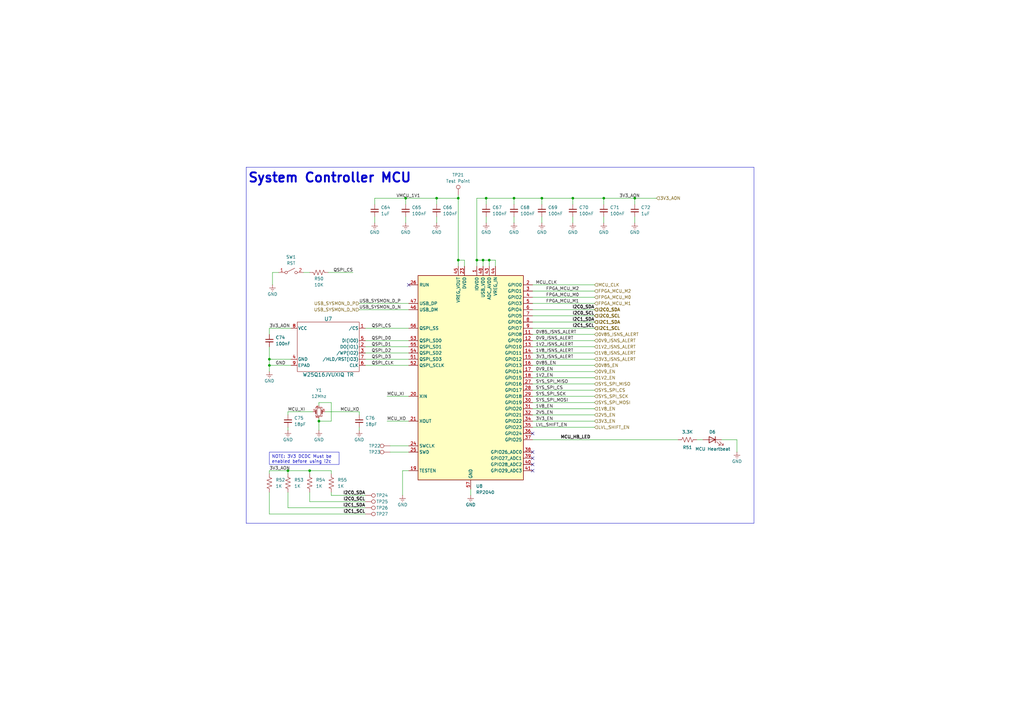
<source format=kicad_sch>
(kicad_sch (version 20231120) (generator "eeschema") (generator_version "8.0")
  (paper "A3")
  (title_block (title "System Controller") (date "2024-07-13") (rev "1.0") (company "Drexel University") (comment 1 "Designed by Michael Haahr"))
  (lib_symbols
    (symbol "Connector:TestPoint" (pin_numbers hide) (pin_names (offset 0.762) hide)
      (property "Reference" "TP" (at 0 6.858 0))
      (property "Value" "TestPoint" (at 0 5.08 0))
      (symbol "TestPoint_0_1"
        (circle (center 0 3.302) (radius 0.762))
      )
      (symbol "TestPoint_1_1"
        (pin passive line (at 0 0 90) (length 2.54) (name "1") (number "1"))
      )
    )
    (symbol "Device:C_Small" (pin_numbers hide) (pin_names (offset 0.254) hide)
      (property "Reference" "C" (at 0.254 1.778 0))
      (property "Value" "C_Small" (at 0.254 -2.032 0))
      (symbol "C_Small_0_1"
        (polyline (pts (xy -1.524 -0.508) (xy 1.524 -0.508)) (stroke (width 0.3302)))
        (polyline (pts (xy -1.524 0.508) (xy 1.524 0.508)) (stroke (width 0.3048)))
      )
      (symbol "C_Small_1_1"
        (pin passive line (at 0 2.54 270) (length 2.032) (name "~") (number "1"))
        (pin passive line (at 0 -2.54 90) (length 2.032) (name "~") (number "2"))
      )
    )
    (symbol "Device:Crystal_GND24_Small" (pin_names (offset 1.016) hide)
      (property "Reference" "Y" (at 1.27 4.445 0))
      (property "Value" "Crystal_GND24_Small" (at 1.27 2.54 0))
      (symbol "Crystal_GND24_Small_0_1"
        (rectangle (start -0.762 -1.524) (end 0.762 1.524))
        (polyline (pts (xy -1.27 -0.762) (xy -1.27 0.762)) (stroke (width 0.381)))
        (polyline (pts (xy 1.27 -0.762) (xy 1.27 0.762)) (stroke (width 0.381)))
        (polyline (pts (xy -1.27 -1.27) (xy -1.27 -1.905) (xy 1.27 -1.905) (xy 1.27 -1.27)))
        (polyline (pts (xy -1.27 1.27) (xy -1.27 1.905) (xy 1.27 1.905) (xy 1.27 1.27)))
      )
      (symbol "Crystal_GND24_Small_1_1"
        (pin passive line (at -2.54 0 0) (length 1.27) (name "1") (number "1"))
        (pin passive line (at 0 -2.54 90) (length 0.635) (name "2") (number "2"))
        (pin passive line (at 2.54 0 180) (length 1.27) (name "3") (number "3"))
        (pin passive line (at 0 2.54 270) (length 0.635) (name "4") (number "4"))
      )
    )
    (symbol "Device:LED" (pin_numbers hide) (pin_names (offset 1.016) hide)
      (property "Reference" "D" (at 0 2.54 0))
      (property "Value" "LED" (at 0 -2.54 0))
      (symbol "LED_0_1"
        (polyline (pts (xy -1.27 -1.27) (xy -1.27 1.27)) (stroke (width 0.254)))
        (polyline (pts (xy -1.27 0) (xy 1.27 0)))
        (polyline (pts (xy 1.27 -1.27) (xy 1.27 1.27) (xy -1.27 0) (xy 1.27 -1.27)) (stroke (width 0.254)))
        (polyline (pts (xy -3.048 -0.762) (xy -4.572 -2.286) (xy -3.81 -2.286) (xy -4.572 -2.286) (xy -4.572 -1.524)))
        (polyline (pts (xy -1.778 -0.762) (xy -3.302 -2.286) (xy -2.54 -2.286) (xy -3.302 -2.286) (xy -3.302 -1.524)))
      )
      (symbol "LED_1_1"
        (pin passive line (at -3.81 0 0) (length 2.54) (name "K") (number "1"))
        (pin passive line (at 3.81 0 180) (length 2.54) (name "A") (number "2"))
      )
    )
    (symbol "Device:R_US" (pin_numbers hide) (pin_names (offset 0))
      (property "Reference" "R" (at 2.54 0 90))
      (property "Value" "R_US" (at -2.54 0 90))
      (symbol "R_US_0_1"
        (polyline (pts (xy 0 -2.286) (xy 0 -2.54)))
        (polyline (pts (xy 0 2.286) (xy 0 2.54)))
        (polyline (pts (xy 0 -0.762) (xy 1.016 -1.143) (xy 0 -1.524) (xy -1.016 -1.905) (xy 0 -2.286)))
        (polyline (pts (xy 0 0.762) (xy 1.016 0.381) (xy 0 0) (xy -1.016 -0.381) (xy 0 -0.762)))
        (polyline (pts (xy 0 2.286) (xy 1.016 1.905) (xy 0 1.524) (xy -1.016 1.143) (xy 0 0.762)))
      )
      (symbol "R_US_1_1"
        (pin passive line (at 0 3.81 270) (length 1.27) (name "~") (number "1"))
        (pin passive line (at 0 -3.81 90) (length 1.27) (name "~") (number "2"))
      )
    )
    (symbol "MCU_RaspberryPi:RP2040"
      (property "Reference" "U" (at 17.78 45.72 0))
      (property "Value" "RP2040" (at 17.78 43.18 0))
      (symbol "RP2040_0_1"
        (rectangle (start -21.59 41.91) (end 21.59 -41.91) (stroke (width 0.254)) (fill (type background)))
      )
      (symbol "RP2040_1_1"
        (pin power_in line (at 2.54 45.72 270) (length 3.81) (name "IOVDD") (number "1"))
        (pin passive line (at 2.54 45.72 270) (length 3.81) hide (name "IOVDD") (number "10"))
        (pin bidirectional line (at 25.4 17.78 180) (length 3.81) (name "GPIO8") (number "11"))
        (pin bidirectional line (at 25.4 15.24 180) (length 3.81) (name "GPIO9") (number "12"))
        (pin bidirectional line (at 25.4 12.7 180) (length 3.81) (name "GPIO10") (number "13"))
        (pin bidirectional line (at 25.4 10.16 180) (length 3.81) (name "GPIO11") (number "14"))
        (pin bidirectional line (at 25.4 7.62 180) (length 3.81) (name "GPIO12") (number "15"))
        (pin bidirectional line (at 25.4 5.08 180) (length 3.81) (name "GPIO13") (number "16"))
        (pin bidirectional line (at 25.4 2.54 180) (length 3.81) (name "GPIO14") (number "17"))
        (pin bidirectional line (at 25.4 0 180) (length 3.81) (name "GPIO15") (number "18"))
        (pin input line (at -25.4 -38.1 0) (length 3.81) (name "TESTEN") (number "19"))
        (pin bidirectional line (at 25.4 38.1 180) (length 3.81) (name "GPIO0") (number "2"))
        (pin input line (at -25.4 -7.62 0) (length 3.81) (name "XIN") (number "20"))
        (pin passive line (at -25.4 -17.78 0) (length 3.81) (name "XOUT") (number "21"))
        (pin passive line (at 2.54 45.72 270) (length 3.81) hide (name "IOVDD") (number "22"))
        (pin power_in line (at -2.54 45.72 270) (length 3.81) (name "DVDD") (number "23"))
        (pin input line (at -25.4 -27.94 0) (length 3.81) (name "SWCLK") (number "24"))
        (pin bidirectional line (at -25.4 -30.48 0) (length 3.81) (name "SWD") (number "25"))
        (pin input line (at -25.4 38.1 0) (length 3.81) (name "RUN") (number "26"))
        (pin bidirectional line (at 25.4 -2.54 180) (length 3.81) (name "GPIO16") (number "27"))
        (pin bidirectional line (at 25.4 -5.08 180) (length 3.81) (name "GPIO17") (number "28"))
        (pin bidirectional line (at 25.4 -7.62 180) (length 3.81) (name "GPIO18") (number "29"))
        (pin bidirectional line (at 25.4 35.56 180) (length 3.81) (name "GPIO1") (number "3"))
        (pin bidirectional line (at 25.4 -10.16 180) (length 3.81) (name "GPIO19") (number "30"))
        (pin bidirectional line (at 25.4 -12.7 180) (length 3.81) (name "GPIO20") (number "31"))
        (pin bidirectional line (at 25.4 -15.24 180) (length 3.81) (name "GPIO21") (number "32"))
        (pin passive line (at 2.54 45.72 270) (length 3.81) hide (name "IOVDD") (number "33"))
        (pin bidirectional line (at 25.4 -17.78 180) (length 3.81) (name "GPIO22") (number "34"))
        (pin bidirectional line (at 25.4 -20.32 180) (length 3.81) (name "GPIO23") (number "35"))
        (pin bidirectional line (at 25.4 -22.86 180) (length 3.81) (name "GPIO24") (number "36"))
        (pin bidirectional line (at 25.4 -25.4 180) (length 3.81) (name "GPIO25") (number "37"))
        (pin bidirectional line (at 25.4 -30.48 180) (length 3.81) (name "GPIO26_ADC0") (number "38"))
        (pin bidirectional line (at 25.4 -33.02 180) (length 3.81) (name "GPIO27_ADC1") (number "39"))
        (pin bidirectional line (at 25.4 33.02 180) (length 3.81) (name "GPIO2") (number "4"))
        (pin bidirectional line (at 25.4 -35.56 180) (length 3.81) (name "GPIO28_ADC2") (number "40"))
        (pin bidirectional line (at 25.4 -38.1 180) (length 3.81) (name "GPIO29_ADC3") (number "41"))
        (pin passive line (at 2.54 45.72 270) (length 3.81) hide (name "IOVDD") (number "42"))
        (pin power_in line (at 7.62 45.72 270) (length 3.81) (name "ADC_AVDD") (number "43"))
        (pin power_in line (at 10.16 45.72 270) (length 3.81) (name "VREG_IN") (number "44"))
        (pin power_out line (at -5.08 45.72 270) (length 3.81) (name "VREG_VOUT") (number "45"))
        (pin bidirectional line (at -25.4 27.94 0) (length 3.81) (name "USB_DM") (number "46"))
        (pin bidirectional line (at -25.4 30.48 0) (length 3.81) (name "USB_DP") (number "47"))
        (pin power_in line (at 5.08 45.72 270) (length 3.81) (name "USB_VDD") (number "48"))
        (pin passive line (at 2.54 45.72 270) (length 3.81) hide (name "IOVDD") (number "49"))
        (pin bidirectional line (at 25.4 30.48 180) (length 3.81) (name "GPIO3") (number "5"))
        (pin passive line (at -2.54 45.72 270) (length 3.81) hide (name "DVDD") (number "50"))
        (pin bidirectional line (at -25.4 7.62 0) (length 3.81) (name "QSPI_SD3") (number "51"))
        (pin output line (at -25.4 5.08 0) (length 3.81) (name "QSPI_SCLK") (number "52"))
        (pin bidirectional line (at -25.4 15.24 0) (length 3.81) (name "QSPI_SD0") (number "53"))
        (pin bidirectional line (at -25.4 10.16 0) (length 3.81) (name "QSPI_SD2") (number "54"))
        (pin bidirectional line (at -25.4 12.7 0) (length 3.81) (name "QSPI_SD1") (number "55"))
        (pin bidirectional line (at -25.4 20.32 0) (length 3.81) (name "QSPI_SS") (number "56"))
        (pin power_in line (at 0 -45.72 90) (length 3.81) (name "GND") (number "57"))
        (pin bidirectional line (at 25.4 27.94 180) (length 3.81) (name "GPIO4") (number "6"))
        (pin bidirectional line (at 25.4 25.4 180) (length 3.81) (name "GPIO5") (number "7"))
        (pin bidirectional line (at 25.4 22.86 180) (length 3.81) (name "GPIO6") (number "8"))
        (pin bidirectional line (at 25.4 20.32 180) (length 3.81) (name "GPIO7") (number "9"))
      )
    )
    (symbol "Memory_Flash:W25Q16JVUXIQ_TR" (pin_names (offset 0.254))
      (property "Reference" "U2" (at 12.7 10.16 0))
      (property "Value" "W25Q16JVUXIQ TR" (at 12.7 7.62 0))
      (symbol "W25Q16JVUXIQ_TR_0_1"
        (pin passive line (at 27.94 2.54 180) (length 2.54) (name "/CS") (number "1"))
        (pin passive line (at 27.94 -5.08 180) (length 2.54) (name "DO(IO1)") (number "2"))
        (pin passive line (at 27.94 -2.54 180) (length 2.54) (name "DI(IO0)") (number "5"))
        (pin passive line (at 27.94 -12.7 180) (length 2.54) (name "CLK") (number "6"))
        (pin passive line (at -2.54 2.54 0) (length 2.54) (name "VCC") (number "8"))
        (pin passive line (at -2.54 -12.7 0) (length 2.54) (name "EPAD") (number "9"))
      )
      (symbol "W25Q16JVUXIQ_TR_1_1"
        (rectangle (start 0 5.08) (end 25.4 -15.24))
        (pin passive line (at 27.94 -7.62 180) (length 2.54) (name "/WP(IO2)") (number "3"))
        (pin passive line (at -2.54 -10.16 0) (length 2.54) (name "GND") (number "4"))
        (pin passive line (at 27.94 -10.16 180) (length 2.54) (name "/HLD/RST(IO3)") (number "7"))
      )
    )
    (symbol "Switch:SW_SPST" (pin_names (offset 0) hide)
      (property "Reference" "SW" (at 0 3.175 0))
      (property "Value" "SW_SPST" (at 0 -2.54 0))
      (symbol "SW_SPST_0_0"
        (circle (center -2.032 0) (radius 0.508))
        (polyline (pts (xy -1.524 0.254) (xy 1.524 1.778)))
        (circle (center 2.032 0) (radius 0.508))
      )
      (symbol "SW_SPST_1_1"
        (pin passive line (at -5.08 0 0) (length 2.54) (name "A") (number "1"))
        (pin passive line (at 5.08 0 180) (length 2.54) (name "B") (number "2"))
      )
    )
    (symbol "power:GND" (power) (pin_numbers hide) (pin_names (offset 0) hide)
      (property "Value" "GND" (at 0 -3.81 0))
      (symbol "GND_0_1"
        (polyline (pts (xy -0.635 -1.905) (xy 0.635 -1.905)))
        (polyline (pts (xy -0.127 -2.54) (xy 0.127 -2.54)))
        (polyline (pts (xy 0 -1.27) (xy 0 0)))
        (polyline (pts (xy 1.27 -1.27) (xy -1.27 -1.27)))
      )
      (symbol "GND_1_1"
        (pin power_in line (at 0 0 270) (length 0) (name "~") (number "1"))
      )
    )
  )
  (junction (at 110.49 147.32))
  (junction (at 247.65 81.28))
  (junction (at 260.35 81.28))
  (junction (at 118.11 193.04))
  (junction (at 200.66 106.68))
  (junction (at 110.49 149.86))
  (junction (at 130.81 172.72))
  (junction (at 210.82 81.28))
  (junction (at 199.39 81.28))
  (junction (at 187.96 81.28))
  (junction (at 234.95 81.28))
  (junction (at 222.25 81.28))
  (junction (at 198.12 106.68))
  (junction (at 179.07 81.28))
  (junction (at 166.37 81.28))
  (junction (at 187.96 106.68))
  (junction (at 195.58 106.68))
  (junction (at 127 193.04))
  (no_connect (at 218.44 193.04))
  (no_connect (at 218.44 185.42))
  (no_connect (at 218.44 187.96))
  (no_connect (at 218.44 177.8))
  (no_connect (at 218.44 190.5))
  (no_connect (at 167.64 116.84))
  (wire (pts (xy 110.49 210.82) (xy 110.49 201.93)))
  (wire (pts (xy 166.37 81.28) (xy 166.37 83.82)))
  (wire (pts (xy 222.25 81.28) (xy 234.95 81.28)))
  (wire (pts (xy 187.96 106.68) (xy 190.5 106.68)))
  (wire (pts (xy 203.2 109.22) (xy 203.2 106.68)))
  (wire (pts (xy 130.81 172.72) (xy 130.81 176.53)))
  (wire (pts (xy 130.81 165.1) (xy 135.89 165.1)))
  (wire (pts (xy 118.11 208.28) (xy 118.11 201.93)))
  (wire (pts (xy 179.07 81.28) (xy 187.96 81.28)))
  (wire (pts (xy 149.86 205.74) (xy 127 205.74)))
  (wire (pts (xy 160.02 182.88) (xy 167.64 182.88)))
  (wire (pts (xy 210.82 81.28) (xy 222.25 81.28)))
  (wire (pts (xy 243.84 170.18) (xy 218.44 170.18)))
  (wire (pts (xy 110.49 147.32) (xy 119.38 147.32)))
  (wire (pts (xy 130.81 166.37) (xy 130.81 165.1)))
  (wire (pts (xy 149.86 144.78) (xy 167.64 144.78)))
  (wire (pts (xy 218.44 134.62) (xy 243.84 134.62)))
  (wire (pts (xy 118.11 168.91) (xy 118.11 170.18)))
  (wire (pts (xy 160.02 185.42) (xy 167.64 185.42)))
  (wire (pts (xy 166.37 88.9) (xy 166.37 91.44)))
  (wire (pts (xy 167.64 127) (xy 147.32 127)))
  (wire (pts (xy 210.82 88.9) (xy 210.82 91.44)))
  (wire (pts (xy 243.84 144.78) (xy 218.44 144.78)))
  (wire (pts (xy 198.12 109.22) (xy 198.12 106.68)))
  (wire (pts (xy 149.86 134.62) (xy 167.64 134.62)))
  (wire (pts (xy 195.58 81.28) (xy 199.39 81.28)))
  (wire (pts (xy 149.86 210.82) (xy 110.49 210.82)))
  (wire (pts (xy 218.44 116.84) (xy 243.84 116.84)))
  (wire (pts (xy 127 205.74) (xy 127 201.93)))
  (wire (pts (xy 222.25 88.9) (xy 222.25 91.44)))
  (wire (pts (xy 243.84 119.38) (xy 218.44 119.38)))
  (wire (pts (xy 218.44 180.34) (xy 278.13 180.34)))
  (wire (pts (xy 218.44 172.72) (xy 243.84 172.72)))
  (wire (pts (xy 243.84 147.32) (xy 218.44 147.32)))
  (wire (pts (xy 260.35 81.28) (xy 269.24 81.28)))
  (wire (pts (xy 149.86 142.24) (xy 167.64 142.24)))
  (wire (pts (xy 158.75 162.56) (xy 167.64 162.56)))
  (wire (pts (xy 147.32 175.26) (xy 147.32 176.53)))
  (wire (pts (xy 149.86 203.2) (xy 135.89 203.2)))
  (wire (pts (xy 243.84 124.46) (xy 218.44 124.46)))
  (wire (pts (xy 166.37 81.28) (xy 153.67 81.28)))
  (wire (pts (xy 243.84 142.24) (xy 218.44 142.24)))
  (wire (pts (xy 135.89 165.1) (xy 135.89 172.72)))
  (wire (pts (xy 179.07 81.28) (xy 179.07 83.82)))
  (wire (pts (xy 110.49 134.62) (xy 110.49 137.16)))
  (wire (pts (xy 110.49 147.32) (xy 110.49 149.86)))
  (wire (pts (xy 260.35 88.9) (xy 260.35 91.44)))
  (wire (pts (xy 198.12 106.68) (xy 195.58 106.68)))
  (wire (pts (xy 119.38 134.62) (xy 110.49 134.62)))
  (wire (pts (xy 243.84 154.94) (xy 218.44 154.94)))
  (wire (pts (xy 243.84 152.4) (xy 218.44 152.4)))
  (wire (pts (xy 187.96 106.68) (xy 187.96 81.28)))
  (wire (pts (xy 110.49 149.86) (xy 119.38 149.86)))
  (wire (pts (xy 199.39 81.28) (xy 210.82 81.28)))
  (wire (pts (xy 134.62 111.76) (xy 144.78 111.76)))
  (wire (pts (xy 153.67 81.28) (xy 153.67 83.82)))
  (wire (pts (xy 135.89 172.72) (xy 130.81 172.72)))
  (wire (pts (xy 218.44 132.08) (xy 243.84 132.08)))
  (wire (pts (xy 130.81 172.72) (xy 130.81 171.45)))
  (wire (pts (xy 187.96 109.22) (xy 187.96 106.68)))
  (wire (pts (xy 203.2 106.68) (xy 200.66 106.68)))
  (wire (pts (xy 135.89 193.04) (xy 135.89 194.31)))
  (wire (pts (xy 218.44 175.26) (xy 243.84 175.26)))
  (wire (pts (xy 295.91 180.34) (xy 302.26 180.34)))
  (wire (pts (xy 167.64 124.46) (xy 147.32 124.46)))
  (wire (pts (xy 110.49 193.04) (xy 118.11 193.04)))
  (wire (pts (xy 199.39 81.28) (xy 199.39 83.82)))
  (wire (pts (xy 243.84 149.86) (xy 218.44 149.86)))
  (wire (pts (xy 234.95 81.28) (xy 247.65 81.28)))
  (wire (pts (xy 165.1 193.04) (xy 165.1 203.2)))
  (wire (pts (xy 234.95 81.28) (xy 234.95 83.82)))
  (wire (pts (xy 149.86 147.32) (xy 167.64 147.32)))
  (wire (pts (xy 243.84 139.7) (xy 218.44 139.7)))
  (wire (pts (xy 218.44 127) (xy 243.84 127)))
  (wire (pts (xy 190.5 109.22) (xy 190.5 106.68)))
  (wire (pts (xy 118.11 168.91) (xy 128.27 168.91)))
  (wire (pts (xy 147.32 168.91) (xy 147.32 170.18)))
  (wire (pts (xy 195.58 109.22) (xy 195.58 106.68)))
  (wire (pts (xy 118.11 193.04) (xy 118.11 194.31)))
  (wire (pts (xy 195.58 106.68) (xy 195.58 81.28)))
  (wire (pts (xy 167.64 193.04) (xy 165.1 193.04)))
  (wire (pts (xy 210.82 81.28) (xy 210.82 83.82)))
  (wire (pts (xy 247.65 88.9) (xy 247.65 91.44)))
  (wire (pts (xy 243.84 167.64) (xy 218.44 167.64)))
  (wire (pts (xy 153.67 88.9) (xy 153.67 91.44)))
  (wire (pts (xy 193.04 200.66) (xy 193.04 203.2)))
  (wire (pts (xy 222.25 81.28) (xy 222.25 83.82)))
  (wire (pts (xy 133.35 168.91) (xy 147.32 168.91)))
  (wire (pts (xy 110.49 142.24) (xy 110.49 147.32)))
  (wire (pts (xy 302.26 180.34) (xy 302.26 185.42)))
  (wire (pts (xy 179.07 88.9) (xy 179.07 91.44)))
  (wire (pts (xy 218.44 129.54) (xy 243.84 129.54)))
  (wire (pts (xy 127 193.04) (xy 135.89 193.04)))
  (wire (pts (xy 243.84 137.16) (xy 218.44 137.16)))
  (wire (pts (xy 118.11 175.26) (xy 118.11 176.53)))
  (wire (pts (xy 260.35 81.28) (xy 260.35 83.82)))
  (wire (pts (xy 199.39 88.9) (xy 199.39 91.44)))
  (wire (pts (xy 158.75 172.72) (xy 167.64 172.72)))
  (wire (pts (xy 114.3 111.76) (xy 111.76 111.76)))
  (wire (pts (xy 247.65 81.28) (xy 260.35 81.28)))
  (wire (pts (xy 218.44 162.56) (xy 243.84 162.56)))
  (wire (pts (xy 243.84 121.92) (xy 218.44 121.92)))
  (wire (pts (xy 247.65 81.28) (xy 247.65 83.82)))
  (wire (pts (xy 110.49 149.86) (xy 110.49 152.4)))
  (wire (pts (xy 127 193.04) (xy 127 194.31)))
  (wire (pts (xy 234.95 88.9) (xy 234.95 91.44)))
  (wire (pts (xy 218.44 165.1) (xy 243.84 165.1)))
  (wire (pts (xy 135.89 203.2) (xy 135.89 201.93)))
  (wire (pts (xy 166.37 81.28) (xy 179.07 81.28)))
  (wire (pts (xy 187.96 80.01) (xy 187.96 81.28)))
  (wire (pts (xy 149.86 139.7) (xy 167.64 139.7)))
  (wire (pts (xy 200.66 106.68) (xy 198.12 106.68)))
  (wire (pts (xy 218.44 160.02) (xy 243.84 160.02)))
  (wire (pts (xy 200.66 109.22) (xy 200.66 106.68)))
  (wire (pts (xy 218.44 157.48) (xy 243.84 157.48)))
  (wire (pts (xy 110.49 193.04) (xy 110.49 194.31)))
  (wire (pts (xy 118.11 193.04) (xy 127 193.04)))
  (wire (pts (xy 124.46 111.76) (xy 127 111.76)))
  (wire (pts (xy 149.86 149.86) (xy 167.64 149.86)))
  (wire (pts (xy 111.76 111.76) (xy 111.76 116.84)))
  (wire (pts (xy 149.86 208.28) (xy 118.11 208.28)))
  (wire (pts (xy 285.75 180.34) (xy 288.29 180.34)))
  (rectangle (start 100.965 68.58) (end 309.245 214.63))
  (text_box "NOTE: 3V3 DCDC Must be enabled before using i2c" (at 110.49 185.42 0) (size 28.575 5.08) (effects (font (size 1.27 1.27)) (justify left top)))
  (text "System Controller MCU" (at 135.255 73.025 0) (effects (font (size 3.81 3.81) (bold yes))))
  (label "I2C1_SCL" (at 149.86 210.82 180) (effects (font (bold yes))))
  (label "2V5_EN" (at 219.71 170.18 0))
  (label "1V8_ISNS_ALERT" (at 219.71 144.78 0))
  (label "QSPI_CLK" (at 152.4 149.86 0))
  (label "QSPI_D0" (at 152.4 139.7 0))
  (label "MCU_XO" (at 147.32 168.91 180))
  (label "FPGA_MCU_M1" (at 237.49 124.46 180))
  (label "USB_SYSMON_D_P" (at 147.32 124.46 0))
  (label "MCU_XI" (at 118.11 168.91 0))
  (label "GND" (at 113.03 149.86 0))
  (label "SYS_SPI_SCK" (at 219.71 162.56 0))
  (label "3V3_AON" (at 110.49 134.62 0))
  (label "I2C0_SCL" (at 243.84 129.54 180) (effects (font (bold yes))))
  (label "QSPI_D3" (at 152.4 147.32 0))
  (label "0V9_ISNS_ALERT" (at 219.71 139.7 0))
  (label "QSPI_CS" (at 144.78 111.76 180))
  (label "FPGA_MCU_M0" (at 237.49 121.92 180))
  (label "FPGA_MCU_M2" (at 237.49 119.38 180))
  (label "I2C1_SDA" (at 243.84 132.08 180) (effects (font (bold yes))))
  (label "QSPI_CS" (at 152.4 134.62 0))
  (label "SYS_SPI_MISO" (at 219.71 157.48 0))
  (label "QSPI_D2" (at 152.4 144.78 0))
  (label "VMCU_1V1" (at 162.56 81.28 0))
  (label "MCU_XO" (at 158.75 172.72 0))
  (label "3V3_AON" (at 110.49 193.04 0))
  (label "MCU_XI" (at 158.75 162.56 0))
  (label "I2C0_SCL" (at 149.86 205.74 180) (effects (font (bold yes))))
  (label "I2C0_SDA" (at 149.86 203.2 180) (effects (font (bold yes))))
  (label "0V85_ISNS_ALERT" (at 219.71 137.16 0))
  (label "1V2_EN" (at 219.71 154.94 0))
  (label "I2C1_SCL" (at 243.84 134.62 180) (effects (font (bold yes))))
  (label "QSPI_D1" (at 152.4 142.24 0))
  (label "MCU_CLK" (at 219.71 116.84 0))
  (label "I2C1_SDA" (at 149.86 208.28 180) (effects (font (bold yes))))
  (label "I2C0_SDA" (at 243.84 127 180) (effects (font (bold yes))))
  (label "MCU_HB_LED" (at 229.87 180.34 0) (effects (font (bold yes))))
  (label "LVL_SHIFT_EN" (at 219.71 175.26 0))
  (label "3V3_AON" (at 254 81.28 0))
  (label "3V3_EN" (at 219.71 172.72 0))
  (label "SYS_SPI_CS" (at 219.71 160.02 0))
  (label "1V8_EN" (at 219.71 167.64 0))
  (label "0V85_EN" (at 219.71 149.86 0))
  (label "3V3_ISNS_ALERT" (at 219.71 147.32 0))
  (label "USB_SYSMON_D_N" (at 147.32 127 0))
  (label "0V9_EN" (at 219.71 152.4 0))
  (label "SYS_SPI_MOSI" (at 219.71 165.1 0))
  (label "1V2_ISNS_ALERT" (at 219.71 142.24 0))
  (hierarchical_label "I2C0_SCL" (shape input) (at 243.84 129.54 0) (effects (font (bold yes))))
  (hierarchical_label "SYS_SPI_MOSI" (shape input) (at 243.84 165.1 0))
  (hierarchical_label "0V85_EN" (shape input) (at 243.84 149.86 0))
  (hierarchical_label "SYS_SPI_SCK" (shape input) (at 243.84 162.56 0))
  (hierarchical_label "3V3_ISNS_ALERT" (shape input) (at 243.84 147.32 0))
  (hierarchical_label "MCU_CLK" (shape input) (at 243.84 116.84 0))
  (hierarchical_label "I2C1_SCL" (shape input) (at 243.84 134.62 0) (effects (font (bold yes))))
  (hierarchical_label "SYS_SPI_MISO" (shape input) (at 243.84 157.48 0))
  (hierarchical_label "FPGA_MCU_M2" (shape input) (at 243.84 119.38 0))
  (hierarchical_label "0V9_EN" (shape input) (at 243.84 152.4 0))
  (hierarchical_label "1V2_ISNS_ALERT" (shape input) (at 243.84 142.24 0))
  (hierarchical_label "LVL_SHIFT_EN" (shape input) (at 243.84 175.26 0))
  (hierarchical_label "0V85_ISNS_ALERT" (shape input) (at 243.84 137.16 0))
  (hierarchical_label "I2C1_SDA" (shape input) (at 243.84 132.08 0) (effects (font (bold yes))))
  (hierarchical_label "SYS_SPI_CS" (shape input) (at 243.84 160.02 0))
  (hierarchical_label "I2C0_SDA" (shape input) (at 243.84 127 0) (effects (font (bold yes))))
  (hierarchical_label "3V3_AON" (shape input) (at 269.24 81.28 0))
  (hierarchical_label "1V8_EN" (shape input) (at 243.84 167.64 0))
  (hierarchical_label "0V9_ISNS_ALERT" (shape input) (at 243.84 139.7 0))
  (hierarchical_label "1V2_EN" (shape input) (at 243.84 154.94 0))
  (hierarchical_label "FPGA_MCU_M1" (shape input) (at 243.84 124.46 0))
  (hierarchical_label "3V3_EN" (shape input) (at 243.84 172.72 0))
  (hierarchical_label "FPGA_MCU_M0" (shape input) (at 243.84 121.92 0))
  (hierarchical_label "2V5_EN" (shape input) (at 243.84 170.18 0))
  (hierarchical_label "1V8_ISNS_ALERT" (shape input) (at 243.84 144.78 0))
  (hierarchical_label "USB_SYSMON_D_N" (shape input) (at 147.32 127 180))
  (hierarchical_label "USB_SYSMON_D_P" (shape input) (at 147.32 124.46 180))
  (symbol (lib_id "Device:R_US") (at 127 198.12 180) (unit 1)
    (property "Reference" "R54" (at 129.54 196.8499 0) (effects (justify right)))
    (property "Value" "1K" (at 129.54 199.3899 0) (effects (justify right)))
    (property "Footprint" "Resistor_SMD:R_0201_0603Metric" (effects (hide yes)))
    (property "Description" "Resistor, US symbol" (effects (hide yes)))
  )
  (symbol (lib_id "Device:R_US") (at 118.11 198.12 180) (unit 1)
    (property "Reference" "R53" (at 120.65 196.8499 0) (effects (justify right)))
    (property "Value" "1K" (at 120.65 199.3899 0) (effects (justify right)))
    (property "Footprint" "Resistor_SMD:R_0201_0603Metric" (effects (hide yes)))
    (property "Description" "Resistor, US symbol" (effects (hide yes)))
  )
  (symbol (lib_id "Device:C_Small") (at 153.67 86.36 0) (unit 1)
    (property "Reference" "C64" (at 156.21 85.0962 0) (effects (justify left)))
    (property "Value" "1uF" (at 156.21 87.6362 0) (effects (justify left)))
    (property "Footprint" "Capacitor_SMD:C_0201_0603Metric" (effects (hide yes)))
    (property "Datasheet" "GRM155R71H104KE14D" (effects (hide yes)))
    (property "Description" "Unpolarized capacitor, small symbol" (effects (hide yes)))
  )
  (symbol (lib_id "power:GND") (at 302.26 185.42 0) (unit 1)
    (property "Reference" "#PWR0137" (effects (hide yes)))
    (property "Value" "GND" (at 302.26 189.23 0))
    (property "Description" "Power symbol creates a global label with name \"GND\" , ground" (effects (hide yes)))
  )
  (symbol (lib_id "Device:C_Small") (at 222.25 86.36 0) (unit 1)
    (property "Reference" "C69" (at 224.79 85.0962 0) (effects (justify left)))
    (property "Value" "100nF" (at 224.79 87.6362 0) (effects (justify left)))
    (property "Footprint" "Capacitor_SMD:C_0201_0603Metric" (effects (hide yes)))
    (property "Datasheet" "GRM155R71H104KE14D" (effects (hide yes)))
    (property "Description" "Unpolarized capacitor, small symbol" (effects (hide yes)))
  )
  (symbol (lib_id "power:GND") (at 165.1 203.2 0) (unit 1)
    (property "Reference" "#PWR0139" (effects (hide yes)))
    (property "Value" "GND" (at 165.1 207.01 0))
    (property "Description" "Power symbol creates a global label with name \"GND\" , ground" (effects (hide yes)))
  )
  (symbol (lib_id "power:GND") (at 179.07 91.44 0) (unit 1)
    (property "Reference" "#PWR0123" (effects (hide yes)))
    (property "Value" "GND" (at 179.07 95.25 0))
    (property "Description" "Power symbol creates a global label with name \"GND\" , ground" (effects (hide yes)))
  )
  (symbol (lib_id "power:GND") (at 118.11 176.53 0) (unit 1)
    (property "Reference" "#PWR0134" (effects (hide yes)))
    (property "Value" "GND" (at 118.11 180.34 0))
    (property "Description" "Power symbol creates a global label with name \"GND\" , ground" (effects (hide yes)))
  )
  (symbol (lib_id "Device:C_Small") (at 260.35 86.36 0) (unit 1)
    (property "Reference" "C72" (at 262.89 85.0962 0) (effects (justify left)))
    (property "Value" "1uF" (at 262.89 87.6362 0) (effects (justify left)))
    (property "Footprint" "Capacitor_SMD:C_0201_0603Metric" (effects (hide yes)))
    (property "Datasheet" "GRM155R71H104KE14D" (effects (hide yes)))
    (property "Description" "Unpolarized capacitor, small symbol" (effects (hide yes)))
  )
  (symbol (lib_id "Device:C_Small") (at 147.32 172.72 0) (unit 1)
    (property "Reference" "C76" (at 149.86 171.4562 0) (effects (justify left)))
    (property "Value" "18pF" (at 149.86 173.9962 0) (effects (justify left)))
    (property "Footprint" "Capacitor_SMD:C_0201_0603Metric" (effects (hide yes)))
    (property "Description" "Unpolarized capacitor, small symbol" (effects (hide yes)))
  )
  (symbol (lib_id "Connector:TestPoint") (at 149.86 208.28 270) (unit 1)
    (property "Reference" "TP26" (at 154.305 208.28 90) (effects (justify left)))
    (property "Value" "Test Point" (effects (hide yes)))
    (property "Footprint" "FPGA Module:Test Point 0.75mm" (effects (hide yes)))
    (property "Description" "test point" (effects (hide yes)))
  )
  (symbol (lib_id "Connector:TestPoint") (at 149.86 205.74 270) (unit 1)
    (property "Reference" "TP25" (at 154.305 205.74 90) (effects (justify left)))
    (property "Value" "Test Point" (effects (hide yes)))
    (property "Footprint" "FPGA Module:Test Point 0.75mm" (effects (hide yes)))
    (property "Description" "test point" (effects (hide yes)))
  )
  (symbol (lib_id "Device:C_Small") (at 210.82 86.36 0) (unit 1)
    (property "Reference" "C68" (at 213.36 85.0962 0) (effects (justify left)))
    (property "Value" "100nF" (at 213.36 87.6362 0) (effects (justify left)))
    (property "Footprint" "Capacitor_SMD:C_0201_0603Metric" (effects (hide yes)))
    (property "Datasheet" "GRM155R71H104KE14D" (effects (hide yes)))
    (property "Description" "Unpolarized capacitor, small symbol" (effects (hide yes)))
  )
  (symbol (lib_id "power:GND") (at 234.95 91.44 0) (unit 1)
    (property "Reference" "#PWR0127" (effects (hide yes)))
    (property "Value" "GND" (at 234.95 95.25 0))
    (property "Description" "Power symbol creates a global label with name \"GND\" , ground" (effects (hide yes)))
  )
  (symbol (lib_id "Connector:TestPoint") (at 160.02 185.42 90) (unit 1)
    (property "Reference" "TP23" (at 153.67 185.42 90))
    (property "Value" "TestPoint" (effects (hide yes)))
    (property "Footprint" "FPGA Module:Test Point 0.75mm" (effects (hide yes)))
    (property "Description" "test point" (effects (hide yes)))
  )
  (symbol (lib_id "power:GND") (at 111.76 116.84 0) (unit 1)
    (property "Reference" "#PWR0132" (effects (hide yes)))
    (property "Value" "GND" (at 111.76 120.65 0))
    (property "Description" "Power symbol creates a global label with name \"GND\" , ground" (effects (hide yes)))
  )
  (symbol (lib_id "Memory_Flash:W25Q16JVUXIQ_TR") (at 121.92 137.16 0) (unit 1)
    (property "Reference" "U7" (at 134.62 130.81 0) (effects (font (size 1.524 1.524))))
    (property "Value" "W25Q16JVUXIQ TR" (at 134.62 153.67 0) (effects (font (size 1.524 1.524))))
    (property "Footprint" "FPGA Module:USON-8_UX_2x3x0p6_WIN" (effects (hide yes)))
    (property "Datasheet" "https://www.winbond.com/resource-files/w25q16jv%20spi%20revh%2004082019%20plus.pdf" (effects (hide yes)))
  )
  (symbol (lib_id "Device:C_Small") (at 118.11 172.72 0) (unit 1)
    (property "Reference" "C75" (at 120.65 171.4562 0) (effects (justify left)))
    (property "Value" "18pF" (at 120.65 173.9962 0) (effects (justify left)))
    (property "Footprint" "Capacitor_SMD:C_0201_0603Metric" (effects (hide yes)))
    (property "Description" "Unpolarized capacitor, small symbol" (effects (hide yes)))
  )
  (symbol (lib_id "Connector:TestPoint") (at 149.86 210.82 270) (unit 1)
    (property "Reference" "TP27" (at 154.305 210.82 90) (effects (justify left)))
    (property "Value" "Test Point" (effects (hide yes)))
    (property "Footprint" "FPGA Module:Test Point 0.75mm" (effects (hide yes)))
    (property "Description" "test point" (effects (hide yes)))
  )
  (symbol (lib_id "power:GND") (at 199.39 91.44 0) (unit 1)
    (property "Reference" "#PWR0124" (effects (hide yes)))
    (property "Value" "GND" (at 199.39 95.25 0))
    (property "Description" "Power symbol creates a global label with name \"GND\" , ground" (effects (hide yes)))
  )
  (symbol (lib_id "power:GND") (at 147.32 176.53 0) (unit 1)
    (property "Reference" "#PWR0136" (effects (hide yes)))
    (property "Value" "GND" (at 147.32 180.34 0))
    (property "Description" "Power symbol creates a global label with name \"GND\" , ground" (effects (hide yes)))
  )
  (symbol (lib_id "Device:R_US") (at 110.49 198.12 180) (unit 1)
    (property "Reference" "R52" (at 113.03 196.8499 0) (effects (justify right)))
    (property "Value" "1K" (at 113.03 199.3899 0) (effects (justify right)))
    (property "Footprint" "Resistor_SMD:R_0201_0603Metric" (effects (hide yes)))
    (property "Description" "Resistor, US symbol" (effects (hide yes)))
  )
  (symbol (lib_id "power:GND") (at 153.67 91.44 0) (unit 1)
    (property "Reference" "#PWR0121" (effects (hide yes)))
    (property "Value" "GND" (at 153.67 95.25 0))
    (property "Description" "Power symbol creates a global label with name \"GND\" , ground" (effects (hide yes)))
  )
  (symbol (lib_id "MCU_RaspberryPi:RP2040") (at 193.04 154.94 0) (unit 1)
    (property "Reference" "U8" (at 195.2341 199.39 0) (effects (justify left)))
    (property "Value" "RP2040" (at 195.2341 201.93 0) (effects (justify left)))
    (property "Footprint" "Package_DFN_QFN:QFN-56-1EP_7x7mm_P0.4mm_EP3.2x3.2mm" (effects (hide yes)))
    (property "Datasheet" "https://datasheets.raspberrypi.com/rp2040/rp2040-datasheet.pdf" (effects (hide yes)))
    (property "Description" "A microcontroller by Raspberry Pi" (effects (hide yes)))
  )
  (symbol (lib_id "Device:C_Small") (at 166.37 86.36 0) (unit 1)
    (property "Reference" "C65" (at 168.91 85.0962 0) (effects (justify left)))
    (property "Value" "100nF" (at 168.91 87.6362 0) (effects (justify left)))
    (property "Footprint" "Capacitor_SMD:C_0201_0603Metric" (effects (hide yes)))
    (property "Datasheet" "GRM155R71H104KE14D" (effects (hide yes)))
    (property "Description" "Unpolarized capacitor, small symbol" (effects (hide yes)))
  )
  (symbol (lib_id "Device:R_US") (at 135.89 198.12 180) (unit 1)
    (property "Reference" "R55" (at 138.43 196.8499 0) (effects (justify right)))
    (property "Value" "1K" (at 138.43 199.3899 0) (effects (justify right)))
    (property "Footprint" "Resistor_SMD:R_0201_0603Metric" (effects (hide yes)))
    (property "Description" "Resistor, US symbol" (effects (hide yes)))
  )
  (symbol (lib_id "Connector:TestPoint") (at 149.86 203.2 270) (unit 1)
    (property "Reference" "TP24" (at 154.305 203.2 90) (effects (justify left)))
    (property "Value" "Test Point" (effects (hide yes)))
    (property "Footprint" "FPGA Module:Test Point 0.75mm" (effects (hide yes)))
    (property "Description" "test point" (effects (hide yes)))
  )
  (symbol (lib_id "Device:C_Small") (at 247.65 86.36 0) (unit 1)
    (property "Reference" "C71" (at 250.19 85.0962 0) (effects (justify left)))
    (property "Value" "100nF" (at 250.19 87.6362 0) (effects (justify left)))
    (property "Footprint" "Capacitor_SMD:C_0201_0603Metric" (effects (hide yes)))
    (property "Datasheet" "GRM155R71H104KE14D" (effects (hide yes)))
    (property "Description" "Unpolarized capacitor, small symbol" (effects (hide yes)))
  )
  (symbol (lib_id "Device:C_Small") (at 234.95 86.36 0) (unit 1)
    (property "Reference" "C70" (at 237.49 85.0962 0) (effects (justify left)))
    (property "Value" "100nF" (at 237.49 87.6362 0) (effects (justify left)))
    (property "Footprint" "Capacitor_SMD:C_0201_0603Metric" (effects (hide yes)))
    (property "Datasheet" "GRM155R71H104KE14D" (effects (hide yes)))
    (property "Description" "Unpolarized capacitor, small symbol" (effects (hide yes)))
  )
  (symbol (lib_id "Device:Crystal_GND24_Small") (at 130.81 168.91 0) (unit 1)
    (property "Reference" "Y1" (at 130.81 160.02 0))
    (property "Value" "12Mhz" (at 130.81 162.56 0))
    (property "Footprint" "Oscillator:Oscillator_SMD_Abracon_ASE-4Pin_3.2x2.5mm" (effects (hide yes)))
    (property "Datasheet" "https://abracon.com/Resonators/abm8.pdf" (effects (hide yes)))
    (property "Description" "Four pin crystal, GND on pins 2 and 4, small symbol" (effects (hide yes)))
  )
  (symbol (lib_id "power:GND") (at 210.82 91.44 0) (unit 1)
    (property "Reference" "#PWR0125" (effects (hide yes)))
    (property "Value" "GND" (at 210.82 95.25 0))
    (property "Description" "Power symbol creates a global label with name \"GND\" , ground" (effects (hide yes)))
  )
  (symbol (lib_id "power:GND") (at 193.04 203.2 0) (unit 1)
    (property "Reference" "#PWR0140" (effects (hide yes)))
    (property "Value" "GND" (at 193.04 207.01 0))
    (property "Description" "Power symbol creates a global label with name \"GND\" , ground" (effects (hide yes)))
  )
  (symbol (lib_id "Device:LED") (at 292.1 180.34 0) (mirror y) (unit 1)
    (property "Reference" "D6" (at 290.83 177.165 0) (effects (justify right)))
    (property "Value" "MCU Heartbeat" (at 285.115 184.15 0) (effects (justify right)))
    (property "Footprint" "LED_SMD:LED_0603_1608Metric" (effects (hide yes)))
    (property "Description" "Light emitting diode" (effects (hide yes)))
  )
  (symbol (lib_id "Switch:SW_SPST") (at 119.38 111.76 0) (unit 1)
    (property "Reference" "SW1" (at 119.38 105.41 0))
    (property "Value" "RST" (at 119.38 107.95 0))
    (property "Footprint" "Button_Switch_SMD:SW_Push_SPST_NO_Alps_SKRK" (effects (hide yes)))
    (property "Description" "Single Pole Single Throw (SPST) switch" (effects (hide yes)))
  )
  (symbol (lib_id "Device:R_US") (at 130.81 111.76 270) (mirror x) (unit 1)
    (property "Reference" "R50" (at 130.81 114.3 90))
    (property "Value" "10K" (at 130.81 116.84 90))
    (property "Footprint" "Resistor_SMD:R_0201_0603Metric" (effects (hide yes)))
    (property "Datasheet" "https://www.yageo.com/upload/media/product/products/datasheet/rchip/PYu-RC_Group_51_RoHS_L_12.pdf" (effects (hide yes)))
    (property "Description" "Resistor, US symbol" (effects (hide yes)))
    (property "MPN" "RC0402JR-0710KL" (effects (hide yes)))
  )
  (symbol (lib_id "power:GND") (at 260.35 91.44 0) (unit 1)
    (property "Reference" "#PWR0129" (effects (hide yes)))
    (property "Value" "GND" (at 260.35 95.25 0))
    (property "Description" "Power symbol creates a global label with name \"GND\" , ground" (effects (hide yes)))
  )
  (symbol (lib_id "power:GND") (at 222.25 91.44 0) (unit 1)
    (property "Reference" "#PWR0126" (effects (hide yes)))
    (property "Value" "GND" (at 222.25 95.25 0))
    (property "Description" "Power symbol creates a global label with name \"GND\" , ground" (effects (hide yes)))
  )
  (symbol (lib_id "Device:R_US") (at 281.94 180.34 90) (unit 1)
    (property "Reference" "R51" (at 281.94 183.515 90))
    (property "Value" "3.3K" (at 281.94 177.165 90))
    (property "Footprint" "Resistor_SMD:R_0201_0603Metric" (effects (hide yes)))
    (property "Description" "Resistor, US symbol" (effects (hide yes)))
  )
  (symbol (lib_id "Device:C_Small") (at 110.49 139.7 0) (unit 1)
    (property "Reference" "C74" (at 113.03 138.4362 0) (effects (justify left)))
    (property "Value" "100nF" (at 113.03 140.9762 0) (effects (justify left)))
    (property "Footprint" "Capacitor_SMD:C_0201_0603Metric" (effects (hide yes)))
    (property "Datasheet" "GRM155R71H104KE14D" (effects (hide yes)))
    (property "Description" "Unpolarized capacitor, small symbol" (effects (hide yes)))
  )
  (symbol (lib_id "power:GND") (at 166.37 91.44 0) (unit 1)
    (property "Reference" "#PWR0122" (effects (hide yes)))
    (property "Value" "GND" (at 166.37 95.25 0))
    (property "Description" "Power symbol creates a global label with name \"GND\" , ground" (effects (hide yes)))
  )
  (symbol (lib_id "power:GND") (at 110.49 152.4 0) (unit 1)
    (property "Reference" "#PWR0133" (effects (hide yes)))
    (property "Value" "GND" (at 110.49 156.21 0))
    (property "Description" "Power symbol creates a global label with name \"GND\" , ground" (effects (hide yes)))
  )
  (symbol (lib_id "Device:C_Small") (at 179.07 86.36 0) (unit 1)
    (property "Reference" "C66" (at 181.61 85.0962 0) (effects (justify left)))
    (property "Value" "100nF" (at 181.61 87.6362 0) (effects (justify left)))
    (property "Footprint" "Capacitor_SMD:C_0201_0603Metric" (effects (hide yes)))
    (property "Datasheet" "GRM155R71H104KE14D" (effects (hide yes)))
    (property "Description" "Unpolarized capacitor, small symbol" (effects (hide yes)))
  )
  (symbol (lib_id "power:GND") (at 130.81 176.53 0) (unit 1)
    (property "Reference" "#PWR0135" (effects (hide yes)))
    (property "Value" "GND" (at 130.81 180.34 0))
    (property "Description" "Power symbol creates a global label with name \"GND\" , ground" (effects (hide yes)))
  )
  (symbol (lib_id "Connector:TestPoint") (at 187.96 80.01 0) (unit 1)
    (property "Reference" "TP21" (at 185.42 71.755 0) (effects (justify left)))
    (property "Value" "Test Point" (at 182.88 74.295 0) (effects (justify left)))
    (property "Footprint" "FPGA Module:Test Point 0.75mm" (effects (hide yes)))
    (property "Description" "test point" (effects (hide yes)))
  )
  (symbol (lib_id "power:GND") (at 247.65 91.44 0) (unit 1)
    (property "Reference" "#PWR0128" (effects (hide yes)))
    (property "Value" "GND" (at 247.65 95.25 0))
    (property "Description" "Power symbol creates a global label with name \"GND\" , ground" (effects (hide yes)))
  )
  (symbol (lib_id "Connector:TestPoint") (at 160.02 182.88 90) (unit 1)
    (property "Reference" "TP22" (at 153.67 182.88 90))
    (property "Value" "TestPoint" (effects (hide yes)))
    (property "Footprint" "FPGA Module:Test Point 0.75mm" (effects (hide yes)))
    (property "Description" "test point" (effects (hide yes)))
  )
  (symbol (lib_id "Device:C_Small") (at 199.39 86.36 0) (unit 1)
    (property "Reference" "C67" (at 201.93 85.0962 0) (effects (justify left)))
    (property "Value" "100nF" (at 201.93 87.6362 0) (effects (justify left)))
    (property "Footprint" "Capacitor_SMD:C_0201_0603Metric" (effects (hide yes)))
    (property "Datasheet" "GRM155R71H104KE14D" (effects (hide yes)))
    (property "Description" "Unpolarized capacitor, small symbol" (effects (hide yes)))
  )
)
</source>
